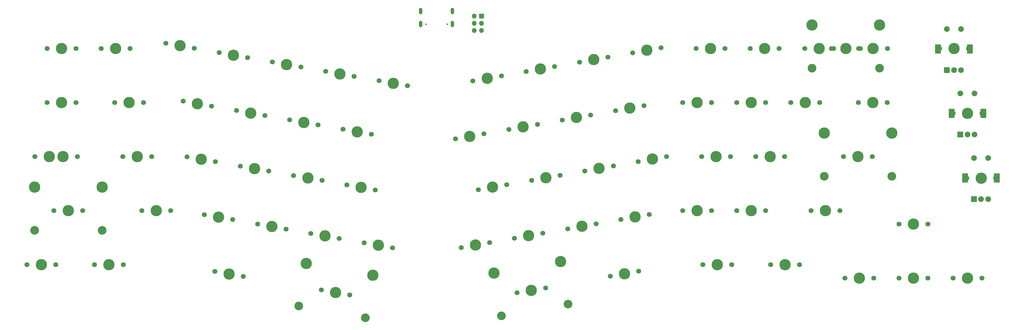
<source format=gts>
G04 #@! TF.GenerationSoftware,KiCad,Pcbnew,(5.1.4)-1*
G04 #@! TF.CreationDate,2020-08-15T20:59:21-07:00*
G04 #@! TF.ProjectId,trifecta,74726966-6563-4746-912e-6b696361645f,rev?*
G04 #@! TF.SameCoordinates,Original*
G04 #@! TF.FileFunction,Soldermask,Top*
G04 #@! TF.FilePolarity,Negative*
%FSLAX46Y46*%
G04 Gerber Fmt 4.6, Leading zero omitted, Abs format (unit mm)*
G04 Created by KiCad (PCBNEW (5.1.4)-1) date 2020-08-15 20:59:21*
%MOMM*%
%LPD*%
G04 APERTURE LIST*
%ADD10O,1.700000X1.700000*%
%ADD11R,1.700000X1.700000*%
%ADD12C,3.987800*%
%ADD13C,1.750000*%
%ADD14R,2.000000X2.000000*%
%ADD15C,2.000000*%
%ADD16R,2.000000X3.200000*%
%ADD17O,1.200000X2.300000*%
%ADD18C,0.600000*%
%ADD19C,3.048000*%
G04 APERTURE END LIST*
D10*
X154924760Y-3098800D03*
X157464760Y-3098800D03*
X154924760Y-558800D03*
X157464760Y-558800D03*
X154924760Y1981200D03*
D11*
X157464760Y1981200D03*
D12*
X153300000Y-40400000D03*
D13*
X148297177Y-41282133D03*
X158302823Y-39517867D03*
D14*
X330896200Y-62536200D03*
D15*
X333396200Y-62536200D03*
X335896200Y-62536200D03*
D16*
X327796200Y-55036200D03*
X338996200Y-55036200D03*
D15*
X330896200Y-48036200D03*
X335896200Y-48036200D03*
D14*
X326146490Y-39761210D03*
D15*
X328646490Y-39761210D03*
X331146490Y-39761210D03*
D16*
X323046490Y-32261210D03*
X334246490Y-32261210D03*
D15*
X326146490Y-25261210D03*
X331146490Y-25261210D03*
D14*
X321371290Y-17100000D03*
D15*
X323871290Y-17100000D03*
X326371290Y-17100000D03*
D16*
X318271290Y-9600000D03*
X329471290Y-9600000D03*
D15*
X321371290Y-2600000D03*
X326371290Y-2600000D03*
D17*
X136074000Y-816800D03*
X147224000Y-816800D03*
X136074000Y3783200D03*
X147224000Y3783200D03*
D18*
X137899000Y-896800D03*
X145399000Y-896800D03*
D12*
X285781250Y-9434746D03*
D13*
X280701250Y-9434746D03*
X290861250Y-9434746D03*
D19*
X273875000Y-16419746D03*
X297687500Y-16419746D03*
D12*
X273875000Y-1179746D03*
X297687500Y-1179746D03*
X240061250Y-47534746D03*
D13*
X234981250Y-47534746D03*
X245141250Y-47534746D03*
D12*
X240537500Y-85634746D03*
D13*
X235457500Y-85634746D03*
X245617500Y-85634746D03*
D12*
X5256250Y-47531250D03*
D13*
X176250Y-47531250D03*
X10336250Y-47531250D03*
D12*
X295306250Y-28484746D03*
D13*
X290226250Y-28484746D03*
X300386250Y-28484746D03*
D12*
X295341920Y-9407640D03*
D13*
X290261920Y-9407640D03*
X300421920Y-9407640D03*
D12*
X276383360Y-9417800D03*
D13*
X271303360Y-9417800D03*
X281463360Y-9417800D03*
D12*
X333447000Y-55188600D03*
D13*
X328367000Y-55188600D03*
X338527000Y-55188600D03*
D12*
X328671800Y-32328600D03*
D13*
X323591800Y-32328600D03*
X333751800Y-32328600D03*
D12*
X323947400Y-9468600D03*
D13*
X318867400Y-9468600D03*
X329027400Y-9468600D03*
D12*
X290067500Y-47534746D03*
D13*
X284987500Y-47534746D03*
X295147500Y-47534746D03*
D19*
X278161250Y-54519746D03*
X301973750Y-54519746D03*
D12*
X278161250Y-39279746D03*
X301973750Y-39279746D03*
X207863325Y-88846345D03*
D13*
X202860502Y-89728478D03*
X212866148Y-87964212D03*
D12*
X175018253Y-94701840D03*
D13*
X170015430Y-95583973D03*
X180021076Y-93819707D03*
D19*
X164505818Y-103648221D03*
X187956553Y-99513224D03*
D12*
X161859420Y-88639751D03*
X185310155Y-84504753D03*
X211586121Y-68812758D03*
D13*
X206583298Y-69694891D03*
X216588944Y-67930625D03*
D12*
X192825534Y-72120756D03*
D13*
X187822711Y-73002889D03*
X197828357Y-71238623D03*
D12*
X174064946Y-75428754D03*
D13*
X169062123Y-76310887D03*
X179067769Y-74546621D03*
D12*
X155304358Y-78736751D03*
D13*
X150301535Y-79618884D03*
X160307181Y-77854618D03*
D12*
X217658417Y-48398172D03*
D13*
X212655594Y-49280305D03*
X222661240Y-47516039D03*
D12*
X198897830Y-51706169D03*
D13*
X193895007Y-52588302D03*
X203900653Y-50824036D03*
D12*
X180125000Y-55025000D03*
D13*
X175122177Y-55907133D03*
X185127823Y-54142867D03*
D12*
X161376654Y-58322165D03*
D13*
X156373831Y-59204298D03*
X166379477Y-57440032D03*
D12*
X209660273Y-30464583D03*
D13*
X204657450Y-31346716D03*
X214663096Y-29582450D03*
D12*
X190899685Y-33772581D03*
D13*
X185896862Y-34654714D03*
X195902508Y-32890448D03*
D12*
X172139097Y-37080579D03*
D13*
X167136274Y-37962712D03*
X177141920Y-36198446D03*
D12*
X215732569Y-10049997D03*
D13*
X210729746Y-10932130D03*
X220735392Y-9167864D03*
D12*
X196971981Y-13357994D03*
D13*
X191969158Y-14240127D03*
X201974804Y-12475861D03*
D12*
X178211393Y-16665992D03*
D13*
X173208570Y-17548125D03*
X183214216Y-15783859D03*
D12*
X159450806Y-19973990D03*
D13*
X154447983Y-20856123D03*
X164453629Y-19091857D03*
D12*
X106052675Y-95430345D03*
D13*
X101049852Y-94548212D03*
X111055498Y-96312478D03*
D19*
X93114375Y-100241729D03*
X116565110Y-104376726D03*
D12*
X95760773Y-85233258D03*
X119211508Y-89368256D03*
X68568440Y-88914097D03*
D13*
X63565617Y-88031964D03*
X73571263Y-89796230D03*
D12*
X121118554Y-78806004D03*
D13*
X116115731Y-77923871D03*
X126121377Y-79688137D03*
D12*
X102357966Y-75498006D03*
D13*
X97355143Y-74615873D03*
X107360789Y-76380139D03*
D12*
X83597379Y-72190008D03*
D13*
X78594556Y-71307875D03*
X88600202Y-73072141D03*
D12*
X64836791Y-68882010D03*
D13*
X59833968Y-67999877D03*
X69839614Y-69764143D03*
D12*
X115046258Y-58391417D03*
D13*
X110043435Y-57509284D03*
X120049081Y-59273550D03*
D12*
X96285670Y-55083419D03*
D13*
X91282847Y-54201286D03*
X101288493Y-55965552D03*
D12*
X77525083Y-51775422D03*
D13*
X72522260Y-50893289D03*
X82527906Y-52657555D03*
D12*
X58764495Y-48467424D03*
D13*
X53761672Y-47585291D03*
X63767318Y-49349557D03*
D12*
X113664109Y-38803830D03*
D13*
X108661286Y-37921697D03*
X118666932Y-39685963D03*
D12*
X94903521Y-35495832D03*
D13*
X89900698Y-34613699D03*
X99906344Y-36377965D03*
D12*
X76142934Y-32187834D03*
D13*
X71140111Y-31305701D03*
X81145757Y-33069967D03*
D12*
X57382346Y-28879837D03*
D13*
X52379523Y-27997704D03*
X62385169Y-29761970D03*
D12*
X126352401Y-21697241D03*
D13*
X121349578Y-20815108D03*
X131355224Y-22579374D03*
D12*
X107591813Y-18389243D03*
D13*
X102588990Y-17507110D03*
X112594636Y-19271376D03*
D12*
X88831225Y-15081246D03*
D13*
X83828402Y-14199113D03*
X93834048Y-15963379D03*
D12*
X70070638Y-11773248D03*
D13*
X65067815Y-10891115D03*
X75073461Y-12655381D03*
D12*
X51310050Y-8465250D03*
D13*
X46307227Y-7583117D03*
X56312873Y-9347383D03*
D12*
X328643750Y-90397246D03*
D13*
X323563750Y-90397246D03*
X333723750Y-90397246D03*
D12*
X309593750Y-90397246D03*
D13*
X304513750Y-90397246D03*
X314673750Y-90397246D03*
D12*
X290543750Y-90397246D03*
D13*
X285463750Y-90397246D03*
X295623750Y-90397246D03*
D12*
X264350000Y-85634746D03*
D13*
X259270000Y-85634746D03*
X269430000Y-85634746D03*
D12*
X26225000Y-85634746D03*
D13*
X21145000Y-85634746D03*
X31305000Y-85634746D03*
D12*
X2412500Y-85634746D03*
D13*
X-2667500Y-85634746D03*
X7492500Y-85634746D03*
D12*
X309593750Y-71347246D03*
D13*
X304513750Y-71347246D03*
X314673750Y-71347246D03*
D12*
X278637500Y-66584746D03*
D13*
X273557500Y-66584746D03*
X283717500Y-66584746D03*
D12*
X252443750Y-66584746D03*
D13*
X247363750Y-66584746D03*
X257523750Y-66584746D03*
D12*
X233393750Y-66584746D03*
D13*
X228313750Y-66584746D03*
X238473750Y-66584746D03*
D12*
X42893750Y-66584746D03*
D13*
X37813750Y-66584746D03*
X47973750Y-66584746D03*
D12*
X11937500Y-66584746D03*
D13*
X6857500Y-66584746D03*
X17017500Y-66584746D03*
D19*
X31250Y-73569746D03*
X23843750Y-73569746D03*
D12*
X31250Y-58329746D03*
X23843750Y-58329746D03*
X259111250Y-47534746D03*
D13*
X254031250Y-47534746D03*
X264191250Y-47534746D03*
D12*
X36226250Y-47534746D03*
D13*
X31146250Y-47534746D03*
X41306250Y-47534746D03*
D12*
X10032500Y-47534746D03*
D13*
X4952500Y-47534746D03*
X15112500Y-47534746D03*
D12*
X271493750Y-28484746D03*
D13*
X266413750Y-28484746D03*
X276573750Y-28484746D03*
D12*
X252443750Y-28484746D03*
D13*
X247363750Y-28484746D03*
X257523750Y-28484746D03*
D12*
X233393750Y-28484746D03*
D13*
X228313750Y-28484746D03*
X238473750Y-28484746D03*
D12*
X33368750Y-28484746D03*
D13*
X28288750Y-28484746D03*
X38448750Y-28484746D03*
D12*
X9556250Y-28484746D03*
D13*
X4476250Y-28484746D03*
X14636250Y-28484746D03*
D12*
X257206250Y-9434746D03*
D13*
X252126250Y-9434746D03*
X262286250Y-9434746D03*
D12*
X238156250Y-9434746D03*
D13*
X233076250Y-9434746D03*
X243236250Y-9434746D03*
D12*
X28606250Y-9434746D03*
D13*
X23526250Y-9434746D03*
X33686250Y-9434746D03*
D12*
X9556250Y-9434746D03*
D13*
X4476250Y-9434746D03*
X14636250Y-9434746D03*
M02*

</source>
